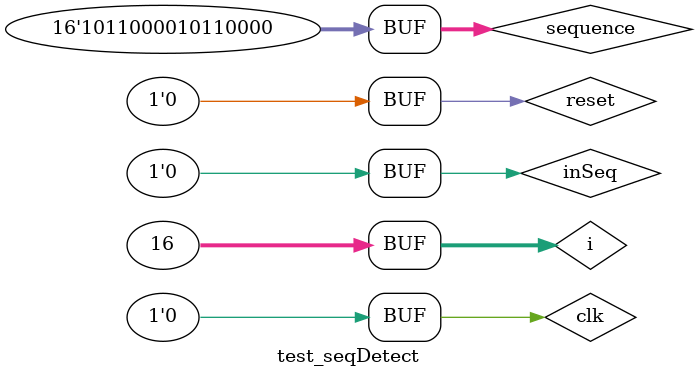
<source format=v>
`include "seqDetect.v"

module test_seqDetect();

    reg inSeq, clk, reset;
    wire [2:0] state;
    integer i;

    always @(posedge clk)
        $display("inSeq = ", inSeq, " reset = ", reset);

    seqDetect sq(inSeq, clk, reset);

    reg [0:15] sequence;

    initial begin
        clk = 1'b0;
        reset = 1'b0;
        reset = 1'b1;
        sequence = 16'b1011_0000_1011_0000;
        #5 reset = 1'b0;

        for (i = 0; i < 16 ; i = i+1 ) begin
             inSeq = sequence[i];
            #2 clk = 1'b1;
            #2 clk = 1'b0;
        end
    end

endmodule
</source>
